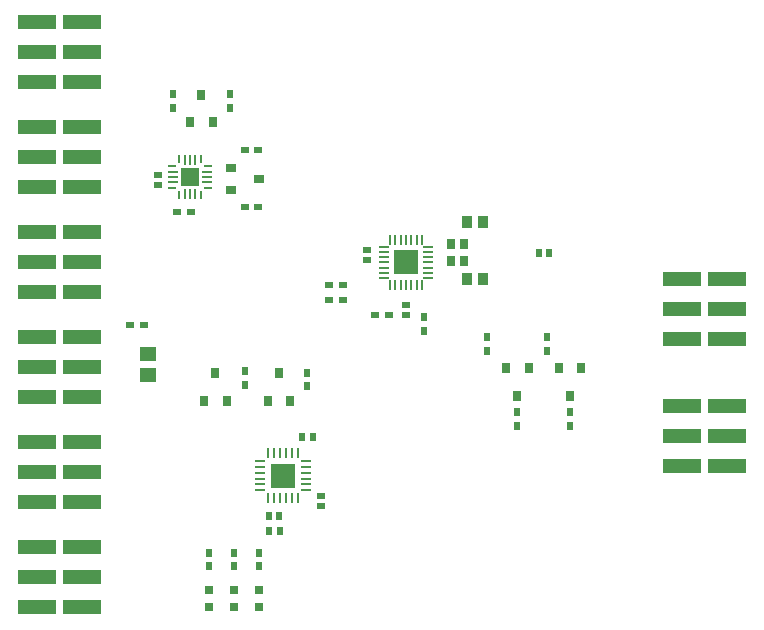
<source format=gtp>
G04 Layer_Color=8421504*
%FSLAX25Y25*%
%MOIN*%
G70*
G01*
G75*
%ADD10R,0.12520X0.05000*%
%ADD11R,0.02953X0.02362*%
%ADD12R,0.02362X0.02953*%
%ADD13R,0.02559X0.03740*%
%ADD14R,0.02520X0.02362*%
%ADD15R,0.05315X0.04528*%
%ADD16R,0.03543X0.03937*%
%ADD17R,0.02362X0.02520*%
%ADD18R,0.03150X0.03150*%
%ADD19R,0.03110X0.03504*%
%ADD20O,0.00984X0.02756*%
%ADD21O,0.00984X0.03543*%
%ADD22O,0.02756X0.00984*%
%ADD23O,0.03543X0.00984*%
%ADD24R,0.06102X0.06102*%
%ADD25R,0.07874X0.07874*%
%ADD26O,0.00984X0.03347*%
%ADD27O,0.03347X0.00984*%
%ADD28R,0.03740X0.02559*%
D10*
X234500Y74500D02*
D03*
X249500D02*
D03*
Y64500D02*
D03*
X234500D02*
D03*
X249500Y54500D02*
D03*
X234500D02*
D03*
Y117000D02*
D03*
X249500D02*
D03*
Y107000D02*
D03*
X234500D02*
D03*
X249500Y97000D02*
D03*
X234500D02*
D03*
X34500Y112500D02*
D03*
X19500D02*
D03*
Y122500D02*
D03*
X34500D02*
D03*
X19500Y132500D02*
D03*
X34500D02*
D03*
Y77500D02*
D03*
X19500D02*
D03*
Y87500D02*
D03*
X34500D02*
D03*
X19500Y97500D02*
D03*
X34500D02*
D03*
Y42500D02*
D03*
X19500D02*
D03*
Y52500D02*
D03*
X34500D02*
D03*
X19500Y62500D02*
D03*
X34500D02*
D03*
Y7500D02*
D03*
X19500D02*
D03*
Y17500D02*
D03*
X34500D02*
D03*
X19500Y27500D02*
D03*
X34500D02*
D03*
Y147500D02*
D03*
X19500D02*
D03*
Y157500D02*
D03*
X34500D02*
D03*
X19500Y167500D02*
D03*
X34500D02*
D03*
Y182500D02*
D03*
X19500D02*
D03*
Y192500D02*
D03*
X34500D02*
D03*
X19500Y202500D02*
D03*
X34500D02*
D03*
D11*
X88736Y140862D02*
D03*
X93264D02*
D03*
X132236Y104980D02*
D03*
X136764D02*
D03*
X55028Y101500D02*
D03*
X50500D02*
D03*
X70764Y139362D02*
D03*
X66236D02*
D03*
X116972Y109980D02*
D03*
X121500D02*
D03*
X116972Y114980D02*
D03*
X121500D02*
D03*
X93264Y159862D02*
D03*
X88736D02*
D03*
D12*
X85250Y21236D02*
D03*
Y25764D02*
D03*
X77000Y21236D02*
D03*
Y25764D02*
D03*
X64700Y178564D02*
D03*
Y174036D02*
D03*
X83900Y174036D02*
D03*
Y178564D02*
D03*
X148500Y104264D02*
D03*
Y99736D02*
D03*
X197157Y72681D02*
D03*
Y68154D02*
D03*
X179657Y72681D02*
D03*
Y68154D02*
D03*
X189657Y93154D02*
D03*
Y97681D02*
D03*
X169657Y93154D02*
D03*
Y97681D02*
D03*
X89000Y81709D02*
D03*
Y86236D02*
D03*
X109500Y81197D02*
D03*
Y85724D02*
D03*
X93500Y25764D02*
D03*
Y21236D02*
D03*
D13*
X74340Y178367D02*
D03*
X78080Y169312D02*
D03*
X70600D02*
D03*
X197157Y78154D02*
D03*
X193417Y87209D02*
D03*
X200897D02*
D03*
X179657Y78154D02*
D03*
X175917Y87209D02*
D03*
X183397D02*
D03*
X100240Y85528D02*
D03*
X103980Y76472D02*
D03*
X96500D02*
D03*
X79000Y85528D02*
D03*
X82740Y76472D02*
D03*
X75260D02*
D03*
D14*
X142500Y104980D02*
D03*
Y108445D02*
D03*
X59700Y148335D02*
D03*
Y151800D02*
D03*
X129600Y123280D02*
D03*
Y126745D02*
D03*
X114200Y41340D02*
D03*
Y44805D02*
D03*
D15*
X56500Y85055D02*
D03*
Y91945D02*
D03*
D16*
X162843Y116980D02*
D03*
X168157D02*
D03*
Y135980D02*
D03*
X162843D02*
D03*
D17*
X190232Y125500D02*
D03*
X186768D02*
D03*
X107900Y64272D02*
D03*
X111365D02*
D03*
X100232Y37972D02*
D03*
X96768D02*
D03*
X97000Y33000D02*
D03*
X100465D02*
D03*
D18*
X85250Y7547D02*
D03*
Y13453D02*
D03*
X77000Y7547D02*
D03*
Y13453D02*
D03*
X93500D02*
D03*
Y7547D02*
D03*
D19*
X161949Y122980D02*
D03*
Y128610D02*
D03*
X157500Y122980D02*
D03*
Y128610D02*
D03*
D20*
X74043Y156905D02*
D03*
X66957D02*
D03*
Y145095D02*
D03*
X74043D02*
D03*
D21*
X72272Y156512D02*
D03*
X70500D02*
D03*
X68728D02*
D03*
Y145488D02*
D03*
X70500D02*
D03*
X72272D02*
D03*
D22*
X64595Y154543D02*
D03*
Y147457D02*
D03*
X76406D02*
D03*
Y154543D02*
D03*
D23*
X64988Y152772D02*
D03*
Y151000D02*
D03*
Y149228D02*
D03*
X76012D02*
D03*
Y151000D02*
D03*
Y152772D02*
D03*
D24*
X70500Y151000D02*
D03*
D25*
X101500Y51472D02*
D03*
X142500Y122500D02*
D03*
D26*
X96579Y59051D02*
D03*
X98547D02*
D03*
X100516D02*
D03*
X102484D02*
D03*
X104453D02*
D03*
X106421D02*
D03*
Y43894D02*
D03*
X104453D02*
D03*
X102484D02*
D03*
X100516D02*
D03*
X98547D02*
D03*
X96579D02*
D03*
X147815Y115020D02*
D03*
X146043D02*
D03*
X144272D02*
D03*
X142500D02*
D03*
X140728D02*
D03*
X138957D02*
D03*
X137185D02*
D03*
Y129980D02*
D03*
X138957D02*
D03*
X140728D02*
D03*
X142500D02*
D03*
X144272D02*
D03*
X146043D02*
D03*
X147815D02*
D03*
D27*
X109079Y56394D02*
D03*
Y54425D02*
D03*
Y52457D02*
D03*
Y50488D02*
D03*
Y48520D02*
D03*
Y46551D02*
D03*
X93921D02*
D03*
Y48520D02*
D03*
Y50488D02*
D03*
Y52457D02*
D03*
Y54425D02*
D03*
Y56394D02*
D03*
X135020Y117185D02*
D03*
Y118957D02*
D03*
Y120728D02*
D03*
Y122500D02*
D03*
Y124272D02*
D03*
Y126043D02*
D03*
Y127815D02*
D03*
X149980D02*
D03*
Y126043D02*
D03*
Y124272D02*
D03*
Y122500D02*
D03*
Y120728D02*
D03*
Y118957D02*
D03*
Y117185D02*
D03*
D28*
X93367Y150400D02*
D03*
X84312Y146660D02*
D03*
Y154140D02*
D03*
M02*

</source>
